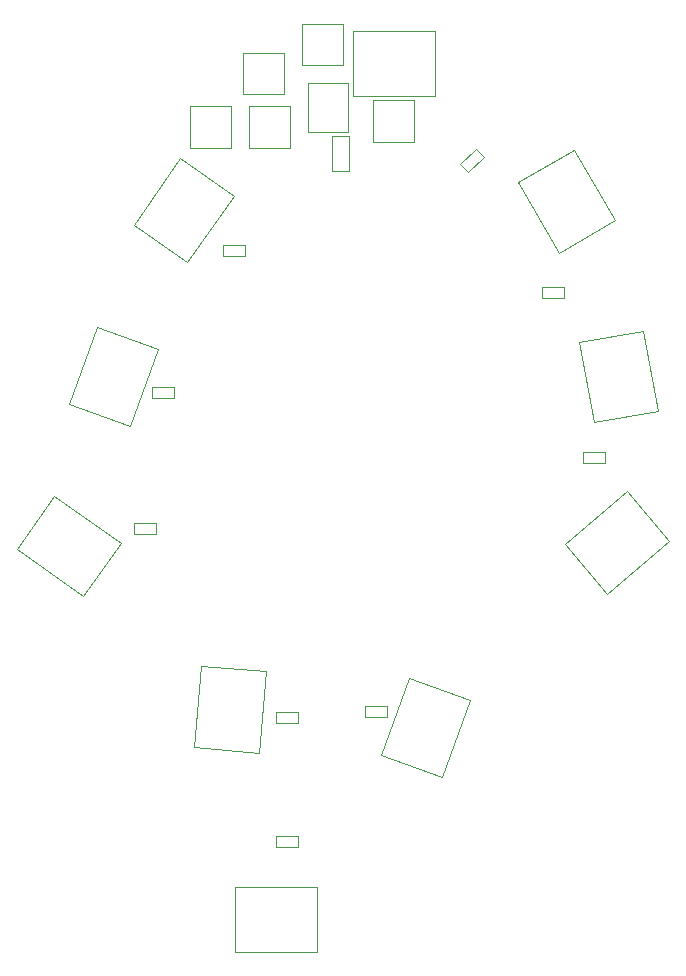
<source format=gbr>
%TF.GenerationSoftware,KiCad,Pcbnew,7.0.1*%
%TF.CreationDate,2023-05-31T17:56:53-07:00*%
%TF.ProjectId,GameOfShrooms2023,47616d65-4f66-4536-9872-6f6f6d733230,rev?*%
%TF.SameCoordinates,Original*%
%TF.FileFunction,Other,User*%
%FSLAX46Y46*%
G04 Gerber Fmt 4.6, Leading zero omitted, Abs format (unit mm)*
G04 Created by KiCad (PCBNEW 7.0.1) date 2023-05-31 17:56:53*
%MOMM*%
%LPD*%
G01*
G04 APERTURE LIST*
%ADD10C,0.050000*%
G04 APERTURE END LIST*
D10*
%TO.C,C0*%
X146230000Y-59307500D02*
X146230000Y-62267500D01*
X144770000Y-59307500D02*
X146230000Y-59307500D01*
X146230000Y-62267500D02*
X144770000Y-62267500D01*
X144770000Y-62267500D02*
X144770000Y-59307500D01*
%TO.C,C2*%
X162555000Y-72030000D02*
X164415000Y-72030000D01*
X162555000Y-72970000D02*
X162555000Y-72030000D01*
X164415000Y-72030000D02*
X164415000Y-72970000D01*
X164415000Y-72970000D02*
X162555000Y-72970000D01*
%TO.C,LED4*%
X164526889Y-93800139D02*
X168062221Y-98013383D01*
X168062221Y-98013383D02*
X173347927Y-93578149D01*
X169812595Y-89364905D02*
X164526889Y-93800139D01*
X173347927Y-93578149D02*
X169812595Y-89364905D01*
%TO.C,LED9*%
X130051581Y-77332036D02*
X124883272Y-75450925D01*
X124883272Y-75450925D02*
X122523333Y-81934804D01*
X127691642Y-83815915D02*
X130051581Y-77332036D01*
X122523333Y-81934804D02*
X127691642Y-83815915D01*
%TO.C,C5*%
X140070000Y-118530000D02*
X141930000Y-118530000D01*
X140070000Y-119470000D02*
X140070000Y-118530000D01*
X141930000Y-118530000D02*
X141930000Y-119470000D01*
X141930000Y-119470000D02*
X140070000Y-119470000D01*
%TO.C,LED10*%
X136474644Y-64311782D02*
X131969308Y-61157111D01*
X131969308Y-61157111D02*
X128011630Y-66809260D01*
X132516966Y-69963931D02*
X136474644Y-64311782D01*
X128011630Y-66809260D02*
X132516966Y-69963931D01*
%TO.C,C8*%
X131430000Y-81470000D02*
X129570000Y-81470000D01*
X131430000Y-80530000D02*
X131430000Y-81470000D01*
X129570000Y-81470000D02*
X129570000Y-80530000D01*
X129570000Y-80530000D02*
X131430000Y-80530000D01*
%TO.C,LED6*%
X136600000Y-122900000D02*
X136600000Y-128400000D01*
X136600000Y-128400000D02*
X143500000Y-128400000D01*
X143500000Y-122900000D02*
X136600000Y-122900000D01*
X143500000Y-128400000D02*
X143500000Y-122900000D01*
%TO.C,C1*%
X155667104Y-61668216D02*
X156982322Y-60352998D01*
X156331784Y-62332896D02*
X155667104Y-61668216D01*
X156982322Y-60352998D02*
X157647002Y-61017678D01*
X157647002Y-61017678D02*
X156331784Y-62332896D01*
%TO.C,GND*%
X142250000Y-49750000D02*
X142250000Y-53250000D01*
X142250000Y-49750000D02*
X145750000Y-49750000D01*
X145750000Y-53250000D02*
X142250000Y-53250000D01*
X145750000Y-53250000D02*
X145750000Y-49750000D01*
%TO.C,IN*%
X137250000Y-52250000D02*
X137250000Y-55750000D01*
X137250000Y-52250000D02*
X140750000Y-52250000D01*
X140750000Y-55750000D02*
X137250000Y-55750000D01*
X140750000Y-55750000D02*
X140750000Y-52250000D01*
%TO.C,C7*%
X129915000Y-92970000D02*
X128055000Y-92970000D01*
X129915000Y-92030000D02*
X129915000Y-92970000D01*
X128055000Y-92970000D02*
X128055000Y-92030000D01*
X128055000Y-92030000D02*
X129915000Y-92030000D01*
%TO.C,C9*%
X137430000Y-69470000D02*
X135570000Y-69470000D01*
X137430000Y-68530000D02*
X137430000Y-69470000D01*
X135570000Y-69470000D02*
X135570000Y-68530000D01*
X135570000Y-68530000D02*
X137430000Y-68530000D01*
%TO.C,LED8*%
X121251261Y-89768493D02*
X118096590Y-94273829D01*
X118096590Y-94273829D02*
X123748739Y-98231507D01*
X126903410Y-93726171D02*
X121251261Y-89768493D01*
X123748739Y-98231507D02*
X126903410Y-93726171D01*
%TO.C,LED3*%
X166941236Y-83501379D02*
X172357679Y-82546314D01*
X172357679Y-82546314D02*
X171159506Y-75751141D01*
X165743063Y-76706206D02*
X166941236Y-83501379D01*
X171159506Y-75751141D02*
X165743063Y-76706206D01*
%TO.C,LED7*%
X139182970Y-104599677D02*
X133703899Y-104120320D01*
X133703899Y-104120320D02*
X133102524Y-110994063D01*
X138581595Y-111473420D02*
X139182970Y-104599677D01*
X133102524Y-110994063D02*
X138581595Y-111473420D01*
%TO.C,5V*%
X148250000Y-56250000D02*
X148250000Y-59750000D01*
X148250000Y-56250000D02*
X151750000Y-56250000D01*
X151750000Y-59750000D02*
X148250000Y-59750000D01*
X151750000Y-59750000D02*
X151750000Y-56250000D01*
%TO.C,INv5*%
X137750000Y-56750000D02*
X137750000Y-60250000D01*
X137750000Y-56750000D02*
X141250000Y-56750000D01*
X141250000Y-60250000D02*
X137750000Y-60250000D01*
X141250000Y-60250000D02*
X141250000Y-56750000D01*
%TO.C,C6*%
X141945000Y-108970000D02*
X140085000Y-108970000D01*
X141945000Y-108030000D02*
X141945000Y-108970000D01*
X140085000Y-108970000D02*
X140085000Y-108030000D01*
X140085000Y-108030000D02*
X141945000Y-108030000D01*
%TO.C,LED2*%
X163997372Y-69159550D02*
X168760512Y-66409550D01*
X168760512Y-66409550D02*
X165310512Y-60433974D01*
X160547372Y-63183974D02*
X163997372Y-69159550D01*
X165310512Y-60433974D02*
X160547372Y-63183974D01*
%TO.C,C3*%
X166085000Y-86030000D02*
X167945000Y-86030000D01*
X166085000Y-86970000D02*
X166085000Y-86030000D01*
X167945000Y-86030000D02*
X167945000Y-86970000D01*
X167945000Y-86970000D02*
X166085000Y-86970000D01*
%TO.C,OUT*%
X132750000Y-56750000D02*
X132750000Y-60250000D01*
X132750000Y-56750000D02*
X136250000Y-56750000D01*
X136250000Y-60250000D02*
X132750000Y-60250000D01*
X136250000Y-60250000D02*
X136250000Y-56750000D01*
%TO.C,C4*%
X147570000Y-107530000D02*
X149430000Y-107530000D01*
X147570000Y-108470000D02*
X147570000Y-107530000D01*
X149430000Y-107530000D02*
X149430000Y-108470000D01*
X149430000Y-108470000D02*
X147570000Y-108470000D01*
%TO.C,U1*%
X146150000Y-54812500D02*
X142750000Y-54812500D01*
X142750000Y-54812500D02*
X142750000Y-58912500D01*
X146150000Y-58912500D02*
X146150000Y-54812500D01*
X142750000Y-58912500D02*
X146150000Y-58912500D01*
%TO.C,LED5*%
X148948419Y-111667964D02*
X154116728Y-113549075D01*
X154116728Y-113549075D02*
X156476667Y-107065196D01*
X151308358Y-105184085D02*
X148948419Y-111667964D01*
X156476667Y-107065196D02*
X151308358Y-105184085D01*
%TO.C,LED1*%
X153500000Y-55900000D02*
X153500000Y-50400000D01*
X153500000Y-50400000D02*
X146600000Y-50400000D01*
X146600000Y-55900000D02*
X153500000Y-55900000D01*
X146600000Y-50400000D02*
X146600000Y-55900000D01*
%TD*%
M02*

</source>
